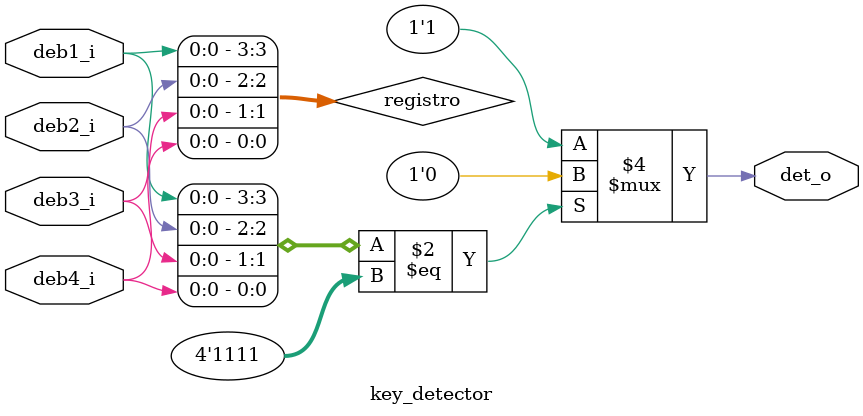
<source format=sv>
`timescale 1ns / 1ps


module key_detector(
    input     logic    deb1_i,
                       deb2_i,
                       deb3_i,
                       deb4_i,
    output    logic    det_o
    );
    
    logic    [3:0]    registro;
    assign registro = {deb1_i,deb2_i,deb3_i,deb4_i};
    always_comb begin
       if(registro == 4'b1111) det_o = 1'b0;
       else det_o = 1'b1;
    end

    
    
endmodule

</source>
